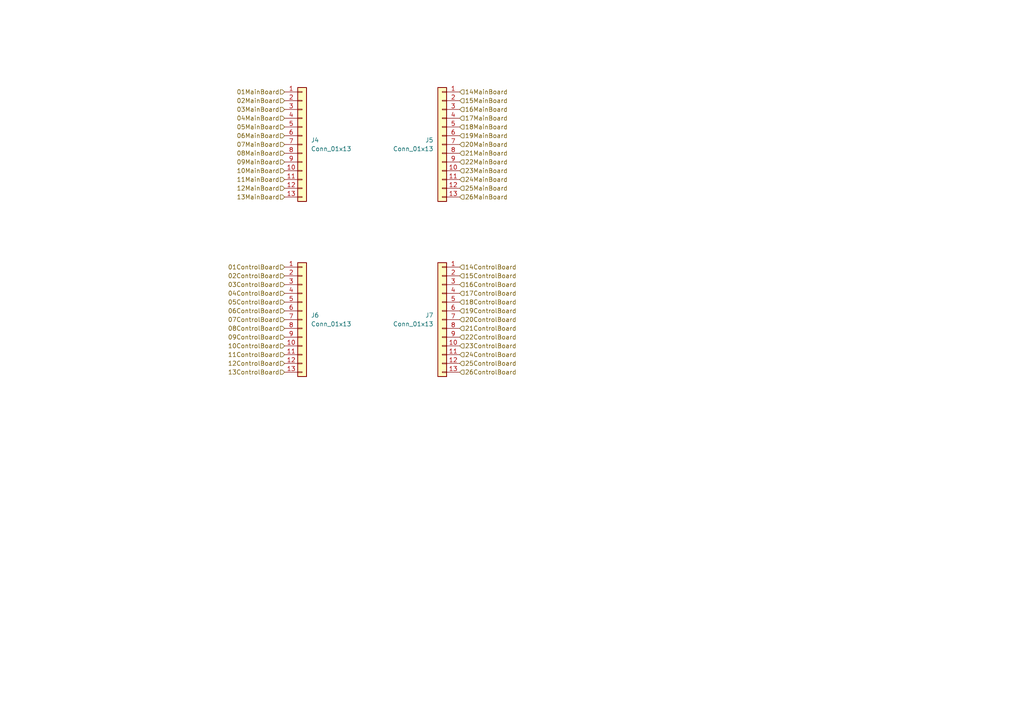
<source format=kicad_sch>
(kicad_sch (version 20231120) (generator "eeschema") (generator_version "8.0")
  (paper "A4")
  (lib_symbols
    (symbol "SparkFun-Connector:Conn_01x13" (pin_names (offset 1.016) hide)
      (property "Reference" "J" (at 0 17.78 0))
      (property "Value" "Conn_01x13" (at 0 -17.78 0))
      (symbol "Conn_01x13_1_1"
        (rectangle (start -1.27 -15.113) (end 0 -15.367) (stroke (width 0.1524)))
        (rectangle (start -1.27 -12.573) (end 0 -12.827) (stroke (width 0.1524)))
        (rectangle (start -1.27 -10.033) (end 0 -10.287) (stroke (width 0.1524)))
        (rectangle (start -1.27 -7.493) (end 0 -7.747) (stroke (width 0.1524)))
        (rectangle (start -1.27 -4.953) (end 0 -5.207) (stroke (width 0.1524)))
        (rectangle (start -1.27 -2.413) (end 0 -2.667) (stroke (width 0.1524)))
        (rectangle (start -1.27 0.127) (end 0 -0.127) (stroke (width 0.1524)))
        (rectangle (start -1.27 2.667) (end 0 2.413) (stroke (width 0.1524)))
        (rectangle (start -1.27 5.207) (end 0 4.953) (stroke (width 0.1524)))
        (rectangle (start -1.27 7.747) (end 0 7.493) (stroke (width 0.1524)))
        (rectangle (start -1.27 10.287) (end 0 10.033) (stroke (width 0.1524)))
        (rectangle (start -1.27 12.827) (end 0 12.573) (stroke (width 0.1524)))
        (rectangle (start -1.27 15.367) (end 0 15.113) (stroke (width 0.1524)))
        (rectangle (start -1.27 16.51) (end 1.27 -16.51) (stroke (width 0.254)) (fill (type background)))
        (pin passive line (at -5.08 15.24 0) (length 3.81) (name "Pin_1") (number "1"))
        (pin passive line (at -5.08 -7.62 0) (length 3.81) (name "Pin_10") (number "10"))
        (pin passive line (at -5.08 -10.16 0) (length 3.81) (name "Pin_11") (number "11"))
        (pin passive line (at -5.08 -12.7 0) (length 3.81) (name "Pin_12") (number "12"))
        (pin passive line (at -5.08 -15.24 0) (length 3.81) (name "Pin_13") (number "13"))
        (pin passive line (at -5.08 12.7 0) (length 3.81) (name "Pin_2") (number "2"))
        (pin passive line (at -5.08 10.16 0) (length 3.81) (name "Pin_3") (number "3"))
        (pin passive line (at -5.08 7.62 0) (length 3.81) (name "Pin_4") (number "4"))
        (pin passive line (at -5.08 5.08 0) (length 3.81) (name "Pin_5") (number "5"))
        (pin passive line (at -5.08 2.54 0) (length 3.81) (name "Pin_6") (number "6"))
        (pin passive line (at -5.08 0 0) (length 3.81) (name "Pin_7") (number "7"))
        (pin passive line (at -5.08 -2.54 0) (length 3.81) (name "Pin_8") (number "8"))
        (pin passive line (at -5.08 -5.08 0) (length 3.81) (name "Pin_9") (number "9"))
      )
    )
  )
  (hierarchical_label "22MainBoard" (shape input) (at 133.35 46.99 0))
  (hierarchical_label "10MainBoard" (shape input) (at 82.55 49.53 180))
  (hierarchical_label "06ControlBoard" (shape input) (at 82.55 90.17 180))
  (hierarchical_label "11MainBoard" (shape input) (at 82.55 52.07 180))
  (hierarchical_label "16MainBoard" (shape input) (at 133.35 31.75 0))
  (hierarchical_label "22ControlBoard" (shape input) (at 133.35 97.79 0))
  (hierarchical_label "01MainBoard" (shape input) (at 82.55 26.67 180))
  (hierarchical_label "14ControlBoard" (shape input) (at 133.35 77.47 0))
  (hierarchical_label "13MainBoard" (shape input) (at 82.55 57.15 180))
  (hierarchical_label "26MainBoard" (shape input) (at 133.35 57.15 0))
  (hierarchical_label "24MainBoard" (shape input) (at 133.35 52.07 0))
  (hierarchical_label "15ControlBoard" (shape input) (at 133.35 80.01 0))
  (hierarchical_label "18ControlBoard" (shape input) (at 133.35 87.63 0))
  (hierarchical_label "02ControlBoard" (shape input) (at 82.55 80.01 180))
  (hierarchical_label "01ControlBoard" (shape input) (at 82.55 77.47 180))
  (hierarchical_label "19MainBoard" (shape input) (at 133.35 39.37 0))
  (hierarchical_label "23ControlBoard" (shape input) (at 133.35 100.33 0))
  (hierarchical_label "05MainBoard" (shape input) (at 82.55 36.83 180))
  (hierarchical_label "20ControlBoard" (shape input) (at 133.35 92.71 0))
  (hierarchical_label "20MainBoard" (shape input) (at 133.35 41.91 0))
  (hierarchical_label "25ControlBoard" (shape input) (at 133.35 105.41 0))
  (hierarchical_label "15MainBoard" (shape input) (at 133.35 29.21 0))
  (hierarchical_label "04MainBoard" (shape input) (at 82.55 34.29 180))
  (hierarchical_label "26ControlBoard" (shape input) (at 133.35 107.95 0))
  (hierarchical_label "12ControlBoard" (shape input) (at 82.55 105.41 180))
  (hierarchical_label "06MainBoard" (shape input) (at 82.55 39.37 180))
  (hierarchical_label "13ControlBoard" (shape input) (at 82.55 107.95 180))
  (hierarchical_label "09ControlBoard" (shape input) (at 82.55 97.79 180))
  (hierarchical_label "14MainBoard" (shape input) (at 133.35 26.67 0))
  (hierarchical_label "08ControlBoard" (shape input) (at 82.55 95.25 180))
  (hierarchical_label "24ControlBoard" (shape input) (at 133.35 102.87 0))
  (hierarchical_label "23MainBoard" (shape input) (at 133.35 49.53 0))
  (hierarchical_label "19ControlBoard" (shape input) (at 133.35 90.17 0))
  (hierarchical_label "05ControlBoard" (shape input) (at 82.55 87.63 180))
  (hierarchical_label "03ControlBoard" (shape input) (at 82.55 82.55 180))
  (hierarchical_label "25MainBoard" (shape input) (at 133.35 54.61 0))
  (hierarchical_label "11ControlBoard" (shape input) (at 82.55 102.87 180))
  (hierarchical_label "10ControlBoard" (shape input) (at 82.55 100.33 180))
  (hierarchical_label "07ControlBoard" (shape input) (at 82.55 92.71 180))
  (hierarchical_label "16ControlBoard" (shape input) (at 133.35 82.55 0))
  (hierarchical_label "12MainBoard" (shape input) (at 82.55 54.61 180))
  (hierarchical_label "03MainBoard" (shape input) (at 82.55 31.75 180))
  (hierarchical_label "08MainBoard" (shape input) (at 82.55 44.45 180))
  (hierarchical_label "18MainBoard" (shape input) (at 133.35 36.83 0))
  (hierarchical_label "17MainBoard" (shape input) (at 133.35 34.29 0))
  (hierarchical_label "21ControlBoard" (shape input) (at 133.35 95.25 0))
  (hierarchical_label "09MainBoard" (shape input) (at 82.55 46.99 180))
  (hierarchical_label "07MainBoard" (shape input) (at 82.55 41.91 180))
  (hierarchical_label "02MainBoard" (shape input) (at 82.55 29.21 180))
  (hierarchical_label "04ControlBoard" (shape input) (at 82.55 85.09 180))
  (hierarchical_label "21MainBoard" (shape input) (at 133.35 44.45 0))
  (hierarchical_label "17ControlBoard" (shape input) (at 133.35 85.09 0))
  (symbol (lib_id "SparkFun-Connector:Conn_01x13") (at 128.27 41.91 0) (mirror y) (unit 1)
    (property "Reference" "J5" (at 125.73 40.6399 0) (effects (justify left)))
    (property "Value" "Conn_01x13" (at 125.73 43.1799 0) (effects (justify left)))
    (property "Footprint" "Connector_PinSocket_2.54mm:PinSocket_1x13_P2.54mm_Vertical" (effects (hide yes)))
    (property "Description" "Generic connector, single row, 01x13, script generated (kicad-library-utils/schlib/autogen/connector/)" (effects (hide yes)))
  )
  (symbol (lib_id "SparkFun-Connector:Conn_01x13") (at 87.63 41.91 0) (unit 1)
    (property "Reference" "J4" (at 90.17 40.6399 0) (effects (justify left)))
    (property "Value" "Conn_01x13" (at 90.17 43.1799 0) (effects (justify left)))
    (property "Footprint" "Connector_PinSocket_2.54mm:PinSocket_1x13_P2.54mm_Vertical" (effects (hide yes)))
    (property "Description" "Generic connector, single row, 01x13, script generated (kicad-library-utils/schlib/autogen/connector/)" (effects (hide yes)))
  )
  (symbol (lib_id "SparkFun-Connector:Conn_01x13") (at 87.63 92.71 0) (unit 1)
    (property "Reference" "J6" (at 90.17 91.4399 0) (effects (justify left)))
    (property "Value" "Conn_01x13" (at 90.17 93.9799 0) (effects (justify left)))
    (property "Footprint" "Connector_PinSocket_2.54mm:PinSocket_1x13_P2.54mm_Vertical" (effects (hide yes)))
    (property "Description" "Generic connector, single row, 01x13, script generated (kicad-library-utils/schlib/autogen/connector/)" (effects (hide yes)))
  )
  (symbol (lib_id "SparkFun-Connector:Conn_01x13") (at 128.27 92.71 0) (mirror y) (unit 1)
    (property "Reference" "J7" (at 125.73 91.4399 0) (effects (justify left)))
    (property "Value" "Conn_01x13" (at 125.73 93.9799 0) (effects (justify left)))
    (property "Footprint" "Connector_PinHeader_2.54mm:PinHeader_1x13_P2.54mm_Vertical" (effects (hide yes)))
    (property "Description" "Generic connector, single row, 01x13, script generated (kicad-library-utils/schlib/autogen/connector/)" (effects (hide yes)))
  )
)
</source>
